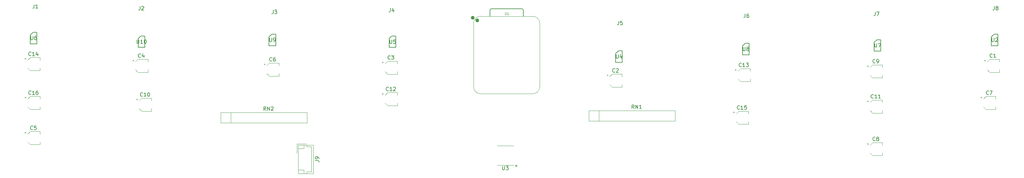
<source format=gbr>
%TF.GenerationSoftware,KiCad,Pcbnew,8.0.8*%
%TF.CreationDate,2025-05-04T20:59:54-05:00*%
%TF.ProjectId,Feedback_sleeve,46656564-6261-4636-9b5f-736c65657665,rev?*%
%TF.SameCoordinates,Original*%
%TF.FileFunction,Legend,Top*%
%TF.FilePolarity,Positive*%
%FSLAX46Y46*%
G04 Gerber Fmt 4.6, Leading zero omitted, Abs format (unit mm)*
G04 Created by KiCad (PCBNEW 8.0.8) date 2025-05-04 20:59:54*
%MOMM*%
%LPD*%
G01*
G04 APERTURE LIST*
%ADD10C,0.150000*%
%ADD11C,0.101600*%
%ADD12C,0.120000*%
%ADD13C,0.200000*%
%ADD14C,0.100000*%
%ADD15C,0.127000*%
%ADD16C,0.504000*%
G04 APERTURE END LIST*
D10*
X243857142Y-38159580D02*
X243809523Y-38207200D01*
X243809523Y-38207200D02*
X243666666Y-38254819D01*
X243666666Y-38254819D02*
X243571428Y-38254819D01*
X243571428Y-38254819D02*
X243428571Y-38207200D01*
X243428571Y-38207200D02*
X243333333Y-38111961D01*
X243333333Y-38111961D02*
X243285714Y-38016723D01*
X243285714Y-38016723D02*
X243238095Y-37826247D01*
X243238095Y-37826247D02*
X243238095Y-37683390D01*
X243238095Y-37683390D02*
X243285714Y-37492914D01*
X243285714Y-37492914D02*
X243333333Y-37397676D01*
X243333333Y-37397676D02*
X243428571Y-37302438D01*
X243428571Y-37302438D02*
X243571428Y-37254819D01*
X243571428Y-37254819D02*
X243666666Y-37254819D01*
X243666666Y-37254819D02*
X243809523Y-37302438D01*
X243809523Y-37302438D02*
X243857142Y-37350057D01*
X244809523Y-38254819D02*
X244238095Y-38254819D01*
X244523809Y-38254819D02*
X244523809Y-37254819D01*
X244523809Y-37254819D02*
X244428571Y-37397676D01*
X244428571Y-37397676D02*
X244333333Y-37492914D01*
X244333333Y-37492914D02*
X244238095Y-37540533D01*
X245761904Y-38254819D02*
X245190476Y-38254819D01*
X245476190Y-38254819D02*
X245476190Y-37254819D01*
X245476190Y-37254819D02*
X245380952Y-37397676D01*
X245380952Y-37397676D02*
X245285714Y-37492914D01*
X245285714Y-37492914D02*
X245190476Y-37540533D01*
X244333333Y-28659580D02*
X244285714Y-28707200D01*
X244285714Y-28707200D02*
X244142857Y-28754819D01*
X244142857Y-28754819D02*
X244047619Y-28754819D01*
X244047619Y-28754819D02*
X243904762Y-28707200D01*
X243904762Y-28707200D02*
X243809524Y-28611961D01*
X243809524Y-28611961D02*
X243761905Y-28516723D01*
X243761905Y-28516723D02*
X243714286Y-28326247D01*
X243714286Y-28326247D02*
X243714286Y-28183390D01*
X243714286Y-28183390D02*
X243761905Y-27992914D01*
X243761905Y-27992914D02*
X243809524Y-27897676D01*
X243809524Y-27897676D02*
X243904762Y-27802438D01*
X243904762Y-27802438D02*
X244047619Y-27754819D01*
X244047619Y-27754819D02*
X244142857Y-27754819D01*
X244142857Y-27754819D02*
X244285714Y-27802438D01*
X244285714Y-27802438D02*
X244333333Y-27850057D01*
X244809524Y-28754819D02*
X245000000Y-28754819D01*
X245000000Y-28754819D02*
X245095238Y-28707200D01*
X245095238Y-28707200D02*
X245142857Y-28659580D01*
X245142857Y-28659580D02*
X245238095Y-28516723D01*
X245238095Y-28516723D02*
X245285714Y-28326247D01*
X245285714Y-28326247D02*
X245285714Y-27945295D01*
X245285714Y-27945295D02*
X245238095Y-27850057D01*
X245238095Y-27850057D02*
X245190476Y-27802438D01*
X245190476Y-27802438D02*
X245095238Y-27754819D01*
X245095238Y-27754819D02*
X244904762Y-27754819D01*
X244904762Y-27754819D02*
X244809524Y-27802438D01*
X244809524Y-27802438D02*
X244761905Y-27850057D01*
X244761905Y-27850057D02*
X244714286Y-27945295D01*
X244714286Y-27945295D02*
X244714286Y-28183390D01*
X244714286Y-28183390D02*
X244761905Y-28278628D01*
X244761905Y-28278628D02*
X244809524Y-28326247D01*
X244809524Y-28326247D02*
X244904762Y-28373866D01*
X244904762Y-28373866D02*
X245095238Y-28373866D01*
X245095238Y-28373866D02*
X245190476Y-28326247D01*
X245190476Y-28326247D02*
X245238095Y-28278628D01*
X245238095Y-28278628D02*
X245285714Y-28183390D01*
X244188095Y-23454819D02*
X244188095Y-24264342D01*
X244188095Y-24264342D02*
X244235714Y-24359580D01*
X244235714Y-24359580D02*
X244283333Y-24407200D01*
X244283333Y-24407200D02*
X244378571Y-24454819D01*
X244378571Y-24454819D02*
X244569047Y-24454819D01*
X244569047Y-24454819D02*
X244664285Y-24407200D01*
X244664285Y-24407200D02*
X244711904Y-24359580D01*
X244711904Y-24359580D02*
X244759523Y-24264342D01*
X244759523Y-24264342D02*
X244759523Y-23454819D01*
X245140476Y-23454819D02*
X245807142Y-23454819D01*
X245807142Y-23454819D02*
X245378571Y-24454819D01*
X244366666Y-14954819D02*
X244366666Y-15669104D01*
X244366666Y-15669104D02*
X244319047Y-15811961D01*
X244319047Y-15811961D02*
X244223809Y-15907200D01*
X244223809Y-15907200D02*
X244080952Y-15954819D01*
X244080952Y-15954819D02*
X243985714Y-15954819D01*
X244747619Y-14954819D02*
X245414285Y-14954819D01*
X245414285Y-14954819D02*
X244985714Y-15954819D01*
X275833333Y-27159580D02*
X275785714Y-27207200D01*
X275785714Y-27207200D02*
X275642857Y-27254819D01*
X275642857Y-27254819D02*
X275547619Y-27254819D01*
X275547619Y-27254819D02*
X275404762Y-27207200D01*
X275404762Y-27207200D02*
X275309524Y-27111961D01*
X275309524Y-27111961D02*
X275261905Y-27016723D01*
X275261905Y-27016723D02*
X275214286Y-26826247D01*
X275214286Y-26826247D02*
X275214286Y-26683390D01*
X275214286Y-26683390D02*
X275261905Y-26492914D01*
X275261905Y-26492914D02*
X275309524Y-26397676D01*
X275309524Y-26397676D02*
X275404762Y-26302438D01*
X275404762Y-26302438D02*
X275547619Y-26254819D01*
X275547619Y-26254819D02*
X275642857Y-26254819D01*
X275642857Y-26254819D02*
X275785714Y-26302438D01*
X275785714Y-26302438D02*
X275833333Y-26350057D01*
X276785714Y-27254819D02*
X276214286Y-27254819D01*
X276500000Y-27254819D02*
X276500000Y-26254819D01*
X276500000Y-26254819D02*
X276404762Y-26397676D01*
X276404762Y-26397676D02*
X276309524Y-26492914D01*
X276309524Y-26492914D02*
X276214286Y-26540533D01*
X81488095Y-21954819D02*
X81488095Y-22764342D01*
X81488095Y-22764342D02*
X81535714Y-22859580D01*
X81535714Y-22859580D02*
X81583333Y-22907200D01*
X81583333Y-22907200D02*
X81678571Y-22954819D01*
X81678571Y-22954819D02*
X81869047Y-22954819D01*
X81869047Y-22954819D02*
X81964285Y-22907200D01*
X81964285Y-22907200D02*
X82011904Y-22859580D01*
X82011904Y-22859580D02*
X82059523Y-22764342D01*
X82059523Y-22764342D02*
X82059523Y-21954819D01*
X82583333Y-22954819D02*
X82773809Y-22954819D01*
X82773809Y-22954819D02*
X82869047Y-22907200D01*
X82869047Y-22907200D02*
X82916666Y-22859580D01*
X82916666Y-22859580D02*
X83011904Y-22716723D01*
X83011904Y-22716723D02*
X83059523Y-22526247D01*
X83059523Y-22526247D02*
X83059523Y-22145295D01*
X83059523Y-22145295D02*
X83011904Y-22050057D01*
X83011904Y-22050057D02*
X82964285Y-22002438D01*
X82964285Y-22002438D02*
X82869047Y-21954819D01*
X82869047Y-21954819D02*
X82678571Y-21954819D01*
X82678571Y-21954819D02*
X82583333Y-22002438D01*
X82583333Y-22002438D02*
X82535714Y-22050057D01*
X82535714Y-22050057D02*
X82488095Y-22145295D01*
X82488095Y-22145295D02*
X82488095Y-22383390D01*
X82488095Y-22383390D02*
X82535714Y-22478628D01*
X82535714Y-22478628D02*
X82583333Y-22526247D01*
X82583333Y-22526247D02*
X82678571Y-22573866D01*
X82678571Y-22573866D02*
X82869047Y-22573866D01*
X82869047Y-22573866D02*
X82964285Y-22526247D01*
X82964285Y-22526247D02*
X83011904Y-22478628D01*
X83011904Y-22478628D02*
X83059523Y-22383390D01*
X82133333Y-28159580D02*
X82085714Y-28207200D01*
X82085714Y-28207200D02*
X81942857Y-28254819D01*
X81942857Y-28254819D02*
X81847619Y-28254819D01*
X81847619Y-28254819D02*
X81704762Y-28207200D01*
X81704762Y-28207200D02*
X81609524Y-28111961D01*
X81609524Y-28111961D02*
X81561905Y-28016723D01*
X81561905Y-28016723D02*
X81514286Y-27826247D01*
X81514286Y-27826247D02*
X81514286Y-27683390D01*
X81514286Y-27683390D02*
X81561905Y-27492914D01*
X81561905Y-27492914D02*
X81609524Y-27397676D01*
X81609524Y-27397676D02*
X81704762Y-27302438D01*
X81704762Y-27302438D02*
X81847619Y-27254819D01*
X81847619Y-27254819D02*
X81942857Y-27254819D01*
X81942857Y-27254819D02*
X82085714Y-27302438D01*
X82085714Y-27302438D02*
X82133333Y-27350057D01*
X82990476Y-27254819D02*
X82800000Y-27254819D01*
X82800000Y-27254819D02*
X82704762Y-27302438D01*
X82704762Y-27302438D02*
X82657143Y-27350057D01*
X82657143Y-27350057D02*
X82561905Y-27492914D01*
X82561905Y-27492914D02*
X82514286Y-27683390D01*
X82514286Y-27683390D02*
X82514286Y-28064342D01*
X82514286Y-28064342D02*
X82561905Y-28159580D01*
X82561905Y-28159580D02*
X82609524Y-28207200D01*
X82609524Y-28207200D02*
X82704762Y-28254819D01*
X82704762Y-28254819D02*
X82895238Y-28254819D01*
X82895238Y-28254819D02*
X82990476Y-28207200D01*
X82990476Y-28207200D02*
X83038095Y-28159580D01*
X83038095Y-28159580D02*
X83085714Y-28064342D01*
X83085714Y-28064342D02*
X83085714Y-27826247D01*
X83085714Y-27826247D02*
X83038095Y-27731009D01*
X83038095Y-27731009D02*
X82990476Y-27683390D01*
X82990476Y-27683390D02*
X82895238Y-27635771D01*
X82895238Y-27635771D02*
X82704762Y-27635771D01*
X82704762Y-27635771D02*
X82609524Y-27683390D01*
X82609524Y-27683390D02*
X82561905Y-27731009D01*
X82561905Y-27731009D02*
X82514286Y-27826247D01*
X275688095Y-21954819D02*
X275688095Y-22764342D01*
X275688095Y-22764342D02*
X275735714Y-22859580D01*
X275735714Y-22859580D02*
X275783333Y-22907200D01*
X275783333Y-22907200D02*
X275878571Y-22954819D01*
X275878571Y-22954819D02*
X276069047Y-22954819D01*
X276069047Y-22954819D02*
X276164285Y-22907200D01*
X276164285Y-22907200D02*
X276211904Y-22859580D01*
X276211904Y-22859580D02*
X276259523Y-22764342D01*
X276259523Y-22764342D02*
X276259523Y-21954819D01*
X276688095Y-22050057D02*
X276735714Y-22002438D01*
X276735714Y-22002438D02*
X276830952Y-21954819D01*
X276830952Y-21954819D02*
X277069047Y-21954819D01*
X277069047Y-21954819D02*
X277164285Y-22002438D01*
X277164285Y-22002438D02*
X277211904Y-22050057D01*
X277211904Y-22050057D02*
X277259523Y-22145295D01*
X277259523Y-22145295D02*
X277259523Y-22240533D01*
X277259523Y-22240533D02*
X277211904Y-22383390D01*
X277211904Y-22383390D02*
X276640476Y-22954819D01*
X276640476Y-22954819D02*
X277259523Y-22954819D01*
X276366666Y-13454819D02*
X276366666Y-14169104D01*
X276366666Y-14169104D02*
X276319047Y-14311961D01*
X276319047Y-14311961D02*
X276223809Y-14407200D01*
X276223809Y-14407200D02*
X276080952Y-14454819D01*
X276080952Y-14454819D02*
X275985714Y-14454819D01*
X276985714Y-13883390D02*
X276890476Y-13835771D01*
X276890476Y-13835771D02*
X276842857Y-13788152D01*
X276842857Y-13788152D02*
X276795238Y-13692914D01*
X276795238Y-13692914D02*
X276795238Y-13645295D01*
X276795238Y-13645295D02*
X276842857Y-13550057D01*
X276842857Y-13550057D02*
X276890476Y-13502438D01*
X276890476Y-13502438D02*
X276985714Y-13454819D01*
X276985714Y-13454819D02*
X277176190Y-13454819D01*
X277176190Y-13454819D02*
X277271428Y-13502438D01*
X277271428Y-13502438D02*
X277319047Y-13550057D01*
X277319047Y-13550057D02*
X277366666Y-13645295D01*
X277366666Y-13645295D02*
X277366666Y-13692914D01*
X277366666Y-13692914D02*
X277319047Y-13788152D01*
X277319047Y-13788152D02*
X277271428Y-13835771D01*
X277271428Y-13835771D02*
X277176190Y-13883390D01*
X277176190Y-13883390D02*
X276985714Y-13883390D01*
X276985714Y-13883390D02*
X276890476Y-13931009D01*
X276890476Y-13931009D02*
X276842857Y-13978628D01*
X276842857Y-13978628D02*
X276795238Y-14073866D01*
X276795238Y-14073866D02*
X276795238Y-14264342D01*
X276795238Y-14264342D02*
X276842857Y-14359580D01*
X276842857Y-14359580D02*
X276890476Y-14407200D01*
X276890476Y-14407200D02*
X276985714Y-14454819D01*
X276985714Y-14454819D02*
X277176190Y-14454819D01*
X277176190Y-14454819D02*
X277271428Y-14407200D01*
X277271428Y-14407200D02*
X277319047Y-14359580D01*
X277319047Y-14359580D02*
X277366666Y-14264342D01*
X277366666Y-14264342D02*
X277366666Y-14073866D01*
X277366666Y-14073866D02*
X277319047Y-13978628D01*
X277319047Y-13978628D02*
X277271428Y-13931009D01*
X277271428Y-13931009D02*
X277176190Y-13883390D01*
X174333333Y-31159580D02*
X174285714Y-31207200D01*
X174285714Y-31207200D02*
X174142857Y-31254819D01*
X174142857Y-31254819D02*
X174047619Y-31254819D01*
X174047619Y-31254819D02*
X173904762Y-31207200D01*
X173904762Y-31207200D02*
X173809524Y-31111961D01*
X173809524Y-31111961D02*
X173761905Y-31016723D01*
X173761905Y-31016723D02*
X173714286Y-30826247D01*
X173714286Y-30826247D02*
X173714286Y-30683390D01*
X173714286Y-30683390D02*
X173761905Y-30492914D01*
X173761905Y-30492914D02*
X173809524Y-30397676D01*
X173809524Y-30397676D02*
X173904762Y-30302438D01*
X173904762Y-30302438D02*
X174047619Y-30254819D01*
X174047619Y-30254819D02*
X174142857Y-30254819D01*
X174142857Y-30254819D02*
X174285714Y-30302438D01*
X174285714Y-30302438D02*
X174333333Y-30350057D01*
X174714286Y-30350057D02*
X174761905Y-30302438D01*
X174761905Y-30302438D02*
X174857143Y-30254819D01*
X174857143Y-30254819D02*
X175095238Y-30254819D01*
X175095238Y-30254819D02*
X175190476Y-30302438D01*
X175190476Y-30302438D02*
X175238095Y-30350057D01*
X175238095Y-30350057D02*
X175285714Y-30445295D01*
X175285714Y-30445295D02*
X175285714Y-30540533D01*
X175285714Y-30540533D02*
X175238095Y-30683390D01*
X175238095Y-30683390D02*
X174666667Y-31254819D01*
X174666667Y-31254819D02*
X175285714Y-31254819D01*
X17833333Y-46659580D02*
X17785714Y-46707200D01*
X17785714Y-46707200D02*
X17642857Y-46754819D01*
X17642857Y-46754819D02*
X17547619Y-46754819D01*
X17547619Y-46754819D02*
X17404762Y-46707200D01*
X17404762Y-46707200D02*
X17309524Y-46611961D01*
X17309524Y-46611961D02*
X17261905Y-46516723D01*
X17261905Y-46516723D02*
X17214286Y-46326247D01*
X17214286Y-46326247D02*
X17214286Y-46183390D01*
X17214286Y-46183390D02*
X17261905Y-45992914D01*
X17261905Y-45992914D02*
X17309524Y-45897676D01*
X17309524Y-45897676D02*
X17404762Y-45802438D01*
X17404762Y-45802438D02*
X17547619Y-45754819D01*
X17547619Y-45754819D02*
X17642857Y-45754819D01*
X17642857Y-45754819D02*
X17785714Y-45802438D01*
X17785714Y-45802438D02*
X17833333Y-45850057D01*
X18738095Y-45754819D02*
X18261905Y-45754819D01*
X18261905Y-45754819D02*
X18214286Y-46231009D01*
X18214286Y-46231009D02*
X18261905Y-46183390D01*
X18261905Y-46183390D02*
X18357143Y-46135771D01*
X18357143Y-46135771D02*
X18595238Y-46135771D01*
X18595238Y-46135771D02*
X18690476Y-46183390D01*
X18690476Y-46183390D02*
X18738095Y-46231009D01*
X18738095Y-46231009D02*
X18785714Y-46326247D01*
X18785714Y-46326247D02*
X18785714Y-46564342D01*
X18785714Y-46564342D02*
X18738095Y-46659580D01*
X18738095Y-46659580D02*
X18690476Y-46707200D01*
X18690476Y-46707200D02*
X18595238Y-46754819D01*
X18595238Y-46754819D02*
X18357143Y-46754819D01*
X18357143Y-46754819D02*
X18261905Y-46707200D01*
X18261905Y-46707200D02*
X18214286Y-46659580D01*
X113788095Y-22454819D02*
X113788095Y-23264342D01*
X113788095Y-23264342D02*
X113835714Y-23359580D01*
X113835714Y-23359580D02*
X113883333Y-23407200D01*
X113883333Y-23407200D02*
X113978571Y-23454819D01*
X113978571Y-23454819D02*
X114169047Y-23454819D01*
X114169047Y-23454819D02*
X114264285Y-23407200D01*
X114264285Y-23407200D02*
X114311904Y-23359580D01*
X114311904Y-23359580D02*
X114359523Y-23264342D01*
X114359523Y-23264342D02*
X114359523Y-22454819D01*
X115311904Y-22454819D02*
X114835714Y-22454819D01*
X114835714Y-22454819D02*
X114788095Y-22931009D01*
X114788095Y-22931009D02*
X114835714Y-22883390D01*
X114835714Y-22883390D02*
X114930952Y-22835771D01*
X114930952Y-22835771D02*
X115169047Y-22835771D01*
X115169047Y-22835771D02*
X115264285Y-22883390D01*
X115264285Y-22883390D02*
X115311904Y-22931009D01*
X115311904Y-22931009D02*
X115359523Y-23026247D01*
X115359523Y-23026247D02*
X115359523Y-23264342D01*
X115359523Y-23264342D02*
X115311904Y-23359580D01*
X115311904Y-23359580D02*
X115264285Y-23407200D01*
X115264285Y-23407200D02*
X115169047Y-23454819D01*
X115169047Y-23454819D02*
X114930952Y-23454819D01*
X114930952Y-23454819D02*
X114835714Y-23407200D01*
X114835714Y-23407200D02*
X114788095Y-23359580D01*
X47357142Y-37659580D02*
X47309523Y-37707200D01*
X47309523Y-37707200D02*
X47166666Y-37754819D01*
X47166666Y-37754819D02*
X47071428Y-37754819D01*
X47071428Y-37754819D02*
X46928571Y-37707200D01*
X46928571Y-37707200D02*
X46833333Y-37611961D01*
X46833333Y-37611961D02*
X46785714Y-37516723D01*
X46785714Y-37516723D02*
X46738095Y-37326247D01*
X46738095Y-37326247D02*
X46738095Y-37183390D01*
X46738095Y-37183390D02*
X46785714Y-36992914D01*
X46785714Y-36992914D02*
X46833333Y-36897676D01*
X46833333Y-36897676D02*
X46928571Y-36802438D01*
X46928571Y-36802438D02*
X47071428Y-36754819D01*
X47071428Y-36754819D02*
X47166666Y-36754819D01*
X47166666Y-36754819D02*
X47309523Y-36802438D01*
X47309523Y-36802438D02*
X47357142Y-36850057D01*
X48309523Y-37754819D02*
X47738095Y-37754819D01*
X48023809Y-37754819D02*
X48023809Y-36754819D01*
X48023809Y-36754819D02*
X47928571Y-36897676D01*
X47928571Y-36897676D02*
X47833333Y-36992914D01*
X47833333Y-36992914D02*
X47738095Y-37040533D01*
X48928571Y-36754819D02*
X49023809Y-36754819D01*
X49023809Y-36754819D02*
X49119047Y-36802438D01*
X49119047Y-36802438D02*
X49166666Y-36850057D01*
X49166666Y-36850057D02*
X49214285Y-36945295D01*
X49214285Y-36945295D02*
X49261904Y-37135771D01*
X49261904Y-37135771D02*
X49261904Y-37373866D01*
X49261904Y-37373866D02*
X49214285Y-37564342D01*
X49214285Y-37564342D02*
X49166666Y-37659580D01*
X49166666Y-37659580D02*
X49119047Y-37707200D01*
X49119047Y-37707200D02*
X49023809Y-37754819D01*
X49023809Y-37754819D02*
X48928571Y-37754819D01*
X48928571Y-37754819D02*
X48833333Y-37707200D01*
X48833333Y-37707200D02*
X48785714Y-37659580D01*
X48785714Y-37659580D02*
X48738095Y-37564342D01*
X48738095Y-37564342D02*
X48690476Y-37373866D01*
X48690476Y-37373866D02*
X48690476Y-37135771D01*
X48690476Y-37135771D02*
X48738095Y-36945295D01*
X48738095Y-36945295D02*
X48785714Y-36850057D01*
X48785714Y-36850057D02*
X48833333Y-36802438D01*
X48833333Y-36802438D02*
X48928571Y-36754819D01*
X113933333Y-27659580D02*
X113885714Y-27707200D01*
X113885714Y-27707200D02*
X113742857Y-27754819D01*
X113742857Y-27754819D02*
X113647619Y-27754819D01*
X113647619Y-27754819D02*
X113504762Y-27707200D01*
X113504762Y-27707200D02*
X113409524Y-27611961D01*
X113409524Y-27611961D02*
X113361905Y-27516723D01*
X113361905Y-27516723D02*
X113314286Y-27326247D01*
X113314286Y-27326247D02*
X113314286Y-27183390D01*
X113314286Y-27183390D02*
X113361905Y-26992914D01*
X113361905Y-26992914D02*
X113409524Y-26897676D01*
X113409524Y-26897676D02*
X113504762Y-26802438D01*
X113504762Y-26802438D02*
X113647619Y-26754819D01*
X113647619Y-26754819D02*
X113742857Y-26754819D01*
X113742857Y-26754819D02*
X113885714Y-26802438D01*
X113885714Y-26802438D02*
X113933333Y-26850057D01*
X114266667Y-26754819D02*
X114885714Y-26754819D01*
X114885714Y-26754819D02*
X114552381Y-27135771D01*
X114552381Y-27135771D02*
X114695238Y-27135771D01*
X114695238Y-27135771D02*
X114790476Y-27183390D01*
X114790476Y-27183390D02*
X114838095Y-27231009D01*
X114838095Y-27231009D02*
X114885714Y-27326247D01*
X114885714Y-27326247D02*
X114885714Y-27564342D01*
X114885714Y-27564342D02*
X114838095Y-27659580D01*
X114838095Y-27659580D02*
X114790476Y-27707200D01*
X114790476Y-27707200D02*
X114695238Y-27754819D01*
X114695238Y-27754819D02*
X114409524Y-27754819D01*
X114409524Y-27754819D02*
X114314286Y-27707200D01*
X114314286Y-27707200D02*
X114266667Y-27659580D01*
X46666666Y-13454819D02*
X46666666Y-14169104D01*
X46666666Y-14169104D02*
X46619047Y-14311961D01*
X46619047Y-14311961D02*
X46523809Y-14407200D01*
X46523809Y-14407200D02*
X46380952Y-14454819D01*
X46380952Y-14454819D02*
X46285714Y-14454819D01*
X47095238Y-13550057D02*
X47142857Y-13502438D01*
X47142857Y-13502438D02*
X47238095Y-13454819D01*
X47238095Y-13454819D02*
X47476190Y-13454819D01*
X47476190Y-13454819D02*
X47571428Y-13502438D01*
X47571428Y-13502438D02*
X47619047Y-13550057D01*
X47619047Y-13550057D02*
X47666666Y-13645295D01*
X47666666Y-13645295D02*
X47666666Y-13740533D01*
X47666666Y-13740533D02*
X47619047Y-13883390D01*
X47619047Y-13883390D02*
X47047619Y-14454819D01*
X47047619Y-14454819D02*
X47666666Y-14454819D01*
X207857142Y-41159580D02*
X207809523Y-41207200D01*
X207809523Y-41207200D02*
X207666666Y-41254819D01*
X207666666Y-41254819D02*
X207571428Y-41254819D01*
X207571428Y-41254819D02*
X207428571Y-41207200D01*
X207428571Y-41207200D02*
X207333333Y-41111961D01*
X207333333Y-41111961D02*
X207285714Y-41016723D01*
X207285714Y-41016723D02*
X207238095Y-40826247D01*
X207238095Y-40826247D02*
X207238095Y-40683390D01*
X207238095Y-40683390D02*
X207285714Y-40492914D01*
X207285714Y-40492914D02*
X207333333Y-40397676D01*
X207333333Y-40397676D02*
X207428571Y-40302438D01*
X207428571Y-40302438D02*
X207571428Y-40254819D01*
X207571428Y-40254819D02*
X207666666Y-40254819D01*
X207666666Y-40254819D02*
X207809523Y-40302438D01*
X207809523Y-40302438D02*
X207857142Y-40350057D01*
X208809523Y-41254819D02*
X208238095Y-41254819D01*
X208523809Y-41254819D02*
X208523809Y-40254819D01*
X208523809Y-40254819D02*
X208428571Y-40397676D01*
X208428571Y-40397676D02*
X208333333Y-40492914D01*
X208333333Y-40492914D02*
X208238095Y-40540533D01*
X209714285Y-40254819D02*
X209238095Y-40254819D01*
X209238095Y-40254819D02*
X209190476Y-40731009D01*
X209190476Y-40731009D02*
X209238095Y-40683390D01*
X209238095Y-40683390D02*
X209333333Y-40635771D01*
X209333333Y-40635771D02*
X209571428Y-40635771D01*
X209571428Y-40635771D02*
X209666666Y-40683390D01*
X209666666Y-40683390D02*
X209714285Y-40731009D01*
X209714285Y-40731009D02*
X209761904Y-40826247D01*
X209761904Y-40826247D02*
X209761904Y-41064342D01*
X209761904Y-41064342D02*
X209714285Y-41159580D01*
X209714285Y-41159580D02*
X209666666Y-41207200D01*
X209666666Y-41207200D02*
X209571428Y-41254819D01*
X209571428Y-41254819D02*
X209333333Y-41254819D01*
X209333333Y-41254819D02*
X209238095Y-41207200D01*
X209238095Y-41207200D02*
X209190476Y-41159580D01*
X208788095Y-24454819D02*
X208788095Y-25264342D01*
X208788095Y-25264342D02*
X208835714Y-25359580D01*
X208835714Y-25359580D02*
X208883333Y-25407200D01*
X208883333Y-25407200D02*
X208978571Y-25454819D01*
X208978571Y-25454819D02*
X209169047Y-25454819D01*
X209169047Y-25454819D02*
X209264285Y-25407200D01*
X209264285Y-25407200D02*
X209311904Y-25359580D01*
X209311904Y-25359580D02*
X209359523Y-25264342D01*
X209359523Y-25264342D02*
X209359523Y-24454819D01*
X209978571Y-24883390D02*
X209883333Y-24835771D01*
X209883333Y-24835771D02*
X209835714Y-24788152D01*
X209835714Y-24788152D02*
X209788095Y-24692914D01*
X209788095Y-24692914D02*
X209788095Y-24645295D01*
X209788095Y-24645295D02*
X209835714Y-24550057D01*
X209835714Y-24550057D02*
X209883333Y-24502438D01*
X209883333Y-24502438D02*
X209978571Y-24454819D01*
X209978571Y-24454819D02*
X210169047Y-24454819D01*
X210169047Y-24454819D02*
X210264285Y-24502438D01*
X210264285Y-24502438D02*
X210311904Y-24550057D01*
X210311904Y-24550057D02*
X210359523Y-24645295D01*
X210359523Y-24645295D02*
X210359523Y-24692914D01*
X210359523Y-24692914D02*
X210311904Y-24788152D01*
X210311904Y-24788152D02*
X210264285Y-24835771D01*
X210264285Y-24835771D02*
X210169047Y-24883390D01*
X210169047Y-24883390D02*
X209978571Y-24883390D01*
X209978571Y-24883390D02*
X209883333Y-24931009D01*
X209883333Y-24931009D02*
X209835714Y-24978628D01*
X209835714Y-24978628D02*
X209788095Y-25073866D01*
X209788095Y-25073866D02*
X209788095Y-25264342D01*
X209788095Y-25264342D02*
X209835714Y-25359580D01*
X209835714Y-25359580D02*
X209883333Y-25407200D01*
X209883333Y-25407200D02*
X209978571Y-25454819D01*
X209978571Y-25454819D02*
X210169047Y-25454819D01*
X210169047Y-25454819D02*
X210264285Y-25407200D01*
X210264285Y-25407200D02*
X210311904Y-25359580D01*
X210311904Y-25359580D02*
X210359523Y-25264342D01*
X210359523Y-25264342D02*
X210359523Y-25073866D01*
X210359523Y-25073866D02*
X210311904Y-24978628D01*
X210311904Y-24978628D02*
X210264285Y-24931009D01*
X210264285Y-24931009D02*
X210169047Y-24883390D01*
X209366666Y-15454819D02*
X209366666Y-16169104D01*
X209366666Y-16169104D02*
X209319047Y-16311961D01*
X209319047Y-16311961D02*
X209223809Y-16407200D01*
X209223809Y-16407200D02*
X209080952Y-16454819D01*
X209080952Y-16454819D02*
X208985714Y-16454819D01*
X210271428Y-15454819D02*
X210080952Y-15454819D01*
X210080952Y-15454819D02*
X209985714Y-15502438D01*
X209985714Y-15502438D02*
X209938095Y-15550057D01*
X209938095Y-15550057D02*
X209842857Y-15692914D01*
X209842857Y-15692914D02*
X209795238Y-15883390D01*
X209795238Y-15883390D02*
X209795238Y-16264342D01*
X209795238Y-16264342D02*
X209842857Y-16359580D01*
X209842857Y-16359580D02*
X209890476Y-16407200D01*
X209890476Y-16407200D02*
X209985714Y-16454819D01*
X209985714Y-16454819D02*
X210176190Y-16454819D01*
X210176190Y-16454819D02*
X210271428Y-16407200D01*
X210271428Y-16407200D02*
X210319047Y-16359580D01*
X210319047Y-16359580D02*
X210366666Y-16264342D01*
X210366666Y-16264342D02*
X210366666Y-16026247D01*
X210366666Y-16026247D02*
X210319047Y-15931009D01*
X210319047Y-15931009D02*
X210271428Y-15883390D01*
X210271428Y-15883390D02*
X210176190Y-15835771D01*
X210176190Y-15835771D02*
X209985714Y-15835771D01*
X209985714Y-15835771D02*
X209890476Y-15883390D01*
X209890476Y-15883390D02*
X209842857Y-15931009D01*
X209842857Y-15931009D02*
X209795238Y-16026247D01*
X17357142Y-26659580D02*
X17309523Y-26707200D01*
X17309523Y-26707200D02*
X17166666Y-26754819D01*
X17166666Y-26754819D02*
X17071428Y-26754819D01*
X17071428Y-26754819D02*
X16928571Y-26707200D01*
X16928571Y-26707200D02*
X16833333Y-26611961D01*
X16833333Y-26611961D02*
X16785714Y-26516723D01*
X16785714Y-26516723D02*
X16738095Y-26326247D01*
X16738095Y-26326247D02*
X16738095Y-26183390D01*
X16738095Y-26183390D02*
X16785714Y-25992914D01*
X16785714Y-25992914D02*
X16833333Y-25897676D01*
X16833333Y-25897676D02*
X16928571Y-25802438D01*
X16928571Y-25802438D02*
X17071428Y-25754819D01*
X17071428Y-25754819D02*
X17166666Y-25754819D01*
X17166666Y-25754819D02*
X17309523Y-25802438D01*
X17309523Y-25802438D02*
X17357142Y-25850057D01*
X18309523Y-26754819D02*
X17738095Y-26754819D01*
X18023809Y-26754819D02*
X18023809Y-25754819D01*
X18023809Y-25754819D02*
X17928571Y-25897676D01*
X17928571Y-25897676D02*
X17833333Y-25992914D01*
X17833333Y-25992914D02*
X17738095Y-26040533D01*
X19166666Y-26088152D02*
X19166666Y-26754819D01*
X18928571Y-25707200D02*
X18690476Y-26421485D01*
X18690476Y-26421485D02*
X19309523Y-26421485D01*
X82466666Y-14454819D02*
X82466666Y-15169104D01*
X82466666Y-15169104D02*
X82419047Y-15311961D01*
X82419047Y-15311961D02*
X82323809Y-15407200D01*
X82323809Y-15407200D02*
X82180952Y-15454819D01*
X82180952Y-15454819D02*
X82085714Y-15454819D01*
X82847619Y-14454819D02*
X83466666Y-14454819D01*
X83466666Y-14454819D02*
X83133333Y-14835771D01*
X83133333Y-14835771D02*
X83276190Y-14835771D01*
X83276190Y-14835771D02*
X83371428Y-14883390D01*
X83371428Y-14883390D02*
X83419047Y-14931009D01*
X83419047Y-14931009D02*
X83466666Y-15026247D01*
X83466666Y-15026247D02*
X83466666Y-15264342D01*
X83466666Y-15264342D02*
X83419047Y-15359580D01*
X83419047Y-15359580D02*
X83371428Y-15407200D01*
X83371428Y-15407200D02*
X83276190Y-15454819D01*
X83276190Y-15454819D02*
X82990476Y-15454819D01*
X82990476Y-15454819D02*
X82895238Y-15407200D01*
X82895238Y-15407200D02*
X82847619Y-15359580D01*
X208357142Y-29659580D02*
X208309523Y-29707200D01*
X208309523Y-29707200D02*
X208166666Y-29754819D01*
X208166666Y-29754819D02*
X208071428Y-29754819D01*
X208071428Y-29754819D02*
X207928571Y-29707200D01*
X207928571Y-29707200D02*
X207833333Y-29611961D01*
X207833333Y-29611961D02*
X207785714Y-29516723D01*
X207785714Y-29516723D02*
X207738095Y-29326247D01*
X207738095Y-29326247D02*
X207738095Y-29183390D01*
X207738095Y-29183390D02*
X207785714Y-28992914D01*
X207785714Y-28992914D02*
X207833333Y-28897676D01*
X207833333Y-28897676D02*
X207928571Y-28802438D01*
X207928571Y-28802438D02*
X208071428Y-28754819D01*
X208071428Y-28754819D02*
X208166666Y-28754819D01*
X208166666Y-28754819D02*
X208309523Y-28802438D01*
X208309523Y-28802438D02*
X208357142Y-28850057D01*
X209309523Y-29754819D02*
X208738095Y-29754819D01*
X209023809Y-29754819D02*
X209023809Y-28754819D01*
X209023809Y-28754819D02*
X208928571Y-28897676D01*
X208928571Y-28897676D02*
X208833333Y-28992914D01*
X208833333Y-28992914D02*
X208738095Y-29040533D01*
X209642857Y-28754819D02*
X210261904Y-28754819D01*
X210261904Y-28754819D02*
X209928571Y-29135771D01*
X209928571Y-29135771D02*
X210071428Y-29135771D01*
X210071428Y-29135771D02*
X210166666Y-29183390D01*
X210166666Y-29183390D02*
X210214285Y-29231009D01*
X210214285Y-29231009D02*
X210261904Y-29326247D01*
X210261904Y-29326247D02*
X210261904Y-29564342D01*
X210261904Y-29564342D02*
X210214285Y-29659580D01*
X210214285Y-29659580D02*
X210166666Y-29707200D01*
X210166666Y-29707200D02*
X210071428Y-29754819D01*
X210071428Y-29754819D02*
X209785714Y-29754819D01*
X209785714Y-29754819D02*
X209690476Y-29707200D01*
X209690476Y-29707200D02*
X209642857Y-29659580D01*
X174688095Y-26454819D02*
X174688095Y-27264342D01*
X174688095Y-27264342D02*
X174735714Y-27359580D01*
X174735714Y-27359580D02*
X174783333Y-27407200D01*
X174783333Y-27407200D02*
X174878571Y-27454819D01*
X174878571Y-27454819D02*
X175069047Y-27454819D01*
X175069047Y-27454819D02*
X175164285Y-27407200D01*
X175164285Y-27407200D02*
X175211904Y-27359580D01*
X175211904Y-27359580D02*
X175259523Y-27264342D01*
X175259523Y-27264342D02*
X175259523Y-26454819D01*
X176164285Y-26788152D02*
X176164285Y-27454819D01*
X175926190Y-26407200D02*
X175688095Y-27121485D01*
X175688095Y-27121485D02*
X176307142Y-27121485D01*
X80499523Y-41554819D02*
X80166190Y-41078628D01*
X79928095Y-41554819D02*
X79928095Y-40554819D01*
X79928095Y-40554819D02*
X80309047Y-40554819D01*
X80309047Y-40554819D02*
X80404285Y-40602438D01*
X80404285Y-40602438D02*
X80451904Y-40650057D01*
X80451904Y-40650057D02*
X80499523Y-40745295D01*
X80499523Y-40745295D02*
X80499523Y-40888152D01*
X80499523Y-40888152D02*
X80451904Y-40983390D01*
X80451904Y-40983390D02*
X80404285Y-41031009D01*
X80404285Y-41031009D02*
X80309047Y-41078628D01*
X80309047Y-41078628D02*
X79928095Y-41078628D01*
X80928095Y-41554819D02*
X80928095Y-40554819D01*
X80928095Y-40554819D02*
X81499523Y-41554819D01*
X81499523Y-41554819D02*
X81499523Y-40554819D01*
X81928095Y-40650057D02*
X81975714Y-40602438D01*
X81975714Y-40602438D02*
X82070952Y-40554819D01*
X82070952Y-40554819D02*
X82309047Y-40554819D01*
X82309047Y-40554819D02*
X82404285Y-40602438D01*
X82404285Y-40602438D02*
X82451904Y-40650057D01*
X82451904Y-40650057D02*
X82499523Y-40745295D01*
X82499523Y-40745295D02*
X82499523Y-40840533D01*
X82499523Y-40840533D02*
X82451904Y-40983390D01*
X82451904Y-40983390D02*
X81880476Y-41554819D01*
X81880476Y-41554819D02*
X82499523Y-41554819D01*
X93754819Y-55083333D02*
X94469104Y-55083333D01*
X94469104Y-55083333D02*
X94611961Y-55130952D01*
X94611961Y-55130952D02*
X94707200Y-55226190D01*
X94707200Y-55226190D02*
X94754819Y-55369047D01*
X94754819Y-55369047D02*
X94754819Y-55464285D01*
X94754819Y-54559523D02*
X94754819Y-54369047D01*
X94754819Y-54369047D02*
X94707200Y-54273809D01*
X94707200Y-54273809D02*
X94659580Y-54226190D01*
X94659580Y-54226190D02*
X94516723Y-54130952D01*
X94516723Y-54130952D02*
X94326247Y-54083333D01*
X94326247Y-54083333D02*
X93945295Y-54083333D01*
X93945295Y-54083333D02*
X93850057Y-54130952D01*
X93850057Y-54130952D02*
X93802438Y-54178571D01*
X93802438Y-54178571D02*
X93754819Y-54273809D01*
X93754819Y-54273809D02*
X93754819Y-54464285D01*
X93754819Y-54464285D02*
X93802438Y-54559523D01*
X93802438Y-54559523D02*
X93850057Y-54607142D01*
X93850057Y-54607142D02*
X93945295Y-54654761D01*
X93945295Y-54654761D02*
X94183390Y-54654761D01*
X94183390Y-54654761D02*
X94278628Y-54607142D01*
X94278628Y-54607142D02*
X94326247Y-54559523D01*
X94326247Y-54559523D02*
X94373866Y-54464285D01*
X94373866Y-54464285D02*
X94373866Y-54273809D01*
X94373866Y-54273809D02*
X94326247Y-54178571D01*
X94326247Y-54178571D02*
X94278628Y-54130952D01*
X94278628Y-54130952D02*
X94183390Y-54083333D01*
X45811905Y-22454819D02*
X45811905Y-23264342D01*
X45811905Y-23264342D02*
X45859524Y-23359580D01*
X45859524Y-23359580D02*
X45907143Y-23407200D01*
X45907143Y-23407200D02*
X46002381Y-23454819D01*
X46002381Y-23454819D02*
X46192857Y-23454819D01*
X46192857Y-23454819D02*
X46288095Y-23407200D01*
X46288095Y-23407200D02*
X46335714Y-23359580D01*
X46335714Y-23359580D02*
X46383333Y-23264342D01*
X46383333Y-23264342D02*
X46383333Y-22454819D01*
X47383333Y-23454819D02*
X46811905Y-23454819D01*
X47097619Y-23454819D02*
X47097619Y-22454819D01*
X47097619Y-22454819D02*
X47002381Y-22597676D01*
X47002381Y-22597676D02*
X46907143Y-22692914D01*
X46907143Y-22692914D02*
X46811905Y-22740533D01*
X48002381Y-22454819D02*
X48097619Y-22454819D01*
X48097619Y-22454819D02*
X48192857Y-22502438D01*
X48192857Y-22502438D02*
X48240476Y-22550057D01*
X48240476Y-22550057D02*
X48288095Y-22645295D01*
X48288095Y-22645295D02*
X48335714Y-22835771D01*
X48335714Y-22835771D02*
X48335714Y-23073866D01*
X48335714Y-23073866D02*
X48288095Y-23264342D01*
X48288095Y-23264342D02*
X48240476Y-23359580D01*
X48240476Y-23359580D02*
X48192857Y-23407200D01*
X48192857Y-23407200D02*
X48097619Y-23454819D01*
X48097619Y-23454819D02*
X48002381Y-23454819D01*
X48002381Y-23454819D02*
X47907143Y-23407200D01*
X47907143Y-23407200D02*
X47859524Y-23359580D01*
X47859524Y-23359580D02*
X47811905Y-23264342D01*
X47811905Y-23264342D02*
X47764286Y-23073866D01*
X47764286Y-23073866D02*
X47764286Y-22835771D01*
X47764286Y-22835771D02*
X47811905Y-22645295D01*
X47811905Y-22645295D02*
X47859524Y-22550057D01*
X47859524Y-22550057D02*
X47907143Y-22502438D01*
X47907143Y-22502438D02*
X48002381Y-22454819D01*
X144100595Y-56604819D02*
X144100595Y-57414342D01*
X144100595Y-57414342D02*
X144148214Y-57509580D01*
X144148214Y-57509580D02*
X144195833Y-57557200D01*
X144195833Y-57557200D02*
X144291071Y-57604819D01*
X144291071Y-57604819D02*
X144481547Y-57604819D01*
X144481547Y-57604819D02*
X144576785Y-57557200D01*
X144576785Y-57557200D02*
X144624404Y-57509580D01*
X144624404Y-57509580D02*
X144672023Y-57414342D01*
X144672023Y-57414342D02*
X144672023Y-56604819D01*
X145052976Y-56604819D02*
X145672023Y-56604819D01*
X145672023Y-56604819D02*
X145338690Y-56985771D01*
X145338690Y-56985771D02*
X145481547Y-56985771D01*
X145481547Y-56985771D02*
X145576785Y-57033390D01*
X145576785Y-57033390D02*
X145624404Y-57081009D01*
X145624404Y-57081009D02*
X145672023Y-57176247D01*
X145672023Y-57176247D02*
X145672023Y-57414342D01*
X145672023Y-57414342D02*
X145624404Y-57509580D01*
X145624404Y-57509580D02*
X145576785Y-57557200D01*
X145576785Y-57557200D02*
X145481547Y-57604819D01*
X145481547Y-57604819D02*
X145195833Y-57604819D01*
X145195833Y-57604819D02*
X145100595Y-57557200D01*
X145100595Y-57557200D02*
X145052976Y-57509580D01*
X113966666Y-13954819D02*
X113966666Y-14669104D01*
X113966666Y-14669104D02*
X113919047Y-14811961D01*
X113919047Y-14811961D02*
X113823809Y-14907200D01*
X113823809Y-14907200D02*
X113680952Y-14954819D01*
X113680952Y-14954819D02*
X113585714Y-14954819D01*
X114871428Y-14288152D02*
X114871428Y-14954819D01*
X114633333Y-13907200D02*
X114395238Y-14621485D01*
X114395238Y-14621485D02*
X115014285Y-14621485D01*
X17357142Y-37159580D02*
X17309523Y-37207200D01*
X17309523Y-37207200D02*
X17166666Y-37254819D01*
X17166666Y-37254819D02*
X17071428Y-37254819D01*
X17071428Y-37254819D02*
X16928571Y-37207200D01*
X16928571Y-37207200D02*
X16833333Y-37111961D01*
X16833333Y-37111961D02*
X16785714Y-37016723D01*
X16785714Y-37016723D02*
X16738095Y-36826247D01*
X16738095Y-36826247D02*
X16738095Y-36683390D01*
X16738095Y-36683390D02*
X16785714Y-36492914D01*
X16785714Y-36492914D02*
X16833333Y-36397676D01*
X16833333Y-36397676D02*
X16928571Y-36302438D01*
X16928571Y-36302438D02*
X17071428Y-36254819D01*
X17071428Y-36254819D02*
X17166666Y-36254819D01*
X17166666Y-36254819D02*
X17309523Y-36302438D01*
X17309523Y-36302438D02*
X17357142Y-36350057D01*
X18309523Y-37254819D02*
X17738095Y-37254819D01*
X18023809Y-37254819D02*
X18023809Y-36254819D01*
X18023809Y-36254819D02*
X17928571Y-36397676D01*
X17928571Y-36397676D02*
X17833333Y-36492914D01*
X17833333Y-36492914D02*
X17738095Y-36540533D01*
X19166666Y-36254819D02*
X18976190Y-36254819D01*
X18976190Y-36254819D02*
X18880952Y-36302438D01*
X18880952Y-36302438D02*
X18833333Y-36350057D01*
X18833333Y-36350057D02*
X18738095Y-36492914D01*
X18738095Y-36492914D02*
X18690476Y-36683390D01*
X18690476Y-36683390D02*
X18690476Y-37064342D01*
X18690476Y-37064342D02*
X18738095Y-37159580D01*
X18738095Y-37159580D02*
X18785714Y-37207200D01*
X18785714Y-37207200D02*
X18880952Y-37254819D01*
X18880952Y-37254819D02*
X19071428Y-37254819D01*
X19071428Y-37254819D02*
X19166666Y-37207200D01*
X19166666Y-37207200D02*
X19214285Y-37159580D01*
X19214285Y-37159580D02*
X19261904Y-37064342D01*
X19261904Y-37064342D02*
X19261904Y-36826247D01*
X19261904Y-36826247D02*
X19214285Y-36731009D01*
X19214285Y-36731009D02*
X19166666Y-36683390D01*
X19166666Y-36683390D02*
X19071428Y-36635771D01*
X19071428Y-36635771D02*
X18880952Y-36635771D01*
X18880952Y-36635771D02*
X18785714Y-36683390D01*
X18785714Y-36683390D02*
X18738095Y-36731009D01*
X18738095Y-36731009D02*
X18690476Y-36826247D01*
X179499523Y-41054819D02*
X179166190Y-40578628D01*
X178928095Y-41054819D02*
X178928095Y-40054819D01*
X178928095Y-40054819D02*
X179309047Y-40054819D01*
X179309047Y-40054819D02*
X179404285Y-40102438D01*
X179404285Y-40102438D02*
X179451904Y-40150057D01*
X179451904Y-40150057D02*
X179499523Y-40245295D01*
X179499523Y-40245295D02*
X179499523Y-40388152D01*
X179499523Y-40388152D02*
X179451904Y-40483390D01*
X179451904Y-40483390D02*
X179404285Y-40531009D01*
X179404285Y-40531009D02*
X179309047Y-40578628D01*
X179309047Y-40578628D02*
X178928095Y-40578628D01*
X179928095Y-41054819D02*
X179928095Y-40054819D01*
X179928095Y-40054819D02*
X180499523Y-41054819D01*
X180499523Y-41054819D02*
X180499523Y-40054819D01*
X181499523Y-41054819D02*
X180928095Y-41054819D01*
X181213809Y-41054819D02*
X181213809Y-40054819D01*
X181213809Y-40054819D02*
X181118571Y-40197676D01*
X181118571Y-40197676D02*
X181023333Y-40292914D01*
X181023333Y-40292914D02*
X180928095Y-40340533D01*
X113457142Y-36159580D02*
X113409523Y-36207200D01*
X113409523Y-36207200D02*
X113266666Y-36254819D01*
X113266666Y-36254819D02*
X113171428Y-36254819D01*
X113171428Y-36254819D02*
X113028571Y-36207200D01*
X113028571Y-36207200D02*
X112933333Y-36111961D01*
X112933333Y-36111961D02*
X112885714Y-36016723D01*
X112885714Y-36016723D02*
X112838095Y-35826247D01*
X112838095Y-35826247D02*
X112838095Y-35683390D01*
X112838095Y-35683390D02*
X112885714Y-35492914D01*
X112885714Y-35492914D02*
X112933333Y-35397676D01*
X112933333Y-35397676D02*
X113028571Y-35302438D01*
X113028571Y-35302438D02*
X113171428Y-35254819D01*
X113171428Y-35254819D02*
X113266666Y-35254819D01*
X113266666Y-35254819D02*
X113409523Y-35302438D01*
X113409523Y-35302438D02*
X113457142Y-35350057D01*
X114409523Y-36254819D02*
X113838095Y-36254819D01*
X114123809Y-36254819D02*
X114123809Y-35254819D01*
X114123809Y-35254819D02*
X114028571Y-35397676D01*
X114028571Y-35397676D02*
X113933333Y-35492914D01*
X113933333Y-35492914D02*
X113838095Y-35540533D01*
X114790476Y-35350057D02*
X114838095Y-35302438D01*
X114838095Y-35302438D02*
X114933333Y-35254819D01*
X114933333Y-35254819D02*
X115171428Y-35254819D01*
X115171428Y-35254819D02*
X115266666Y-35302438D01*
X115266666Y-35302438D02*
X115314285Y-35350057D01*
X115314285Y-35350057D02*
X115361904Y-35445295D01*
X115361904Y-35445295D02*
X115361904Y-35540533D01*
X115361904Y-35540533D02*
X115314285Y-35683390D01*
X115314285Y-35683390D02*
X114742857Y-36254819D01*
X114742857Y-36254819D02*
X115361904Y-36254819D01*
X18166666Y-12954819D02*
X18166666Y-13669104D01*
X18166666Y-13669104D02*
X18119047Y-13811961D01*
X18119047Y-13811961D02*
X18023809Y-13907200D01*
X18023809Y-13907200D02*
X17880952Y-13954819D01*
X17880952Y-13954819D02*
X17785714Y-13954819D01*
X19166666Y-13954819D02*
X18595238Y-13954819D01*
X18880952Y-13954819D02*
X18880952Y-12954819D01*
X18880952Y-12954819D02*
X18785714Y-13097676D01*
X18785714Y-13097676D02*
X18690476Y-13192914D01*
X18690476Y-13192914D02*
X18595238Y-13240533D01*
X274833333Y-37159580D02*
X274785714Y-37207200D01*
X274785714Y-37207200D02*
X274642857Y-37254819D01*
X274642857Y-37254819D02*
X274547619Y-37254819D01*
X274547619Y-37254819D02*
X274404762Y-37207200D01*
X274404762Y-37207200D02*
X274309524Y-37111961D01*
X274309524Y-37111961D02*
X274261905Y-37016723D01*
X274261905Y-37016723D02*
X274214286Y-36826247D01*
X274214286Y-36826247D02*
X274214286Y-36683390D01*
X274214286Y-36683390D02*
X274261905Y-36492914D01*
X274261905Y-36492914D02*
X274309524Y-36397676D01*
X274309524Y-36397676D02*
X274404762Y-36302438D01*
X274404762Y-36302438D02*
X274547619Y-36254819D01*
X274547619Y-36254819D02*
X274642857Y-36254819D01*
X274642857Y-36254819D02*
X274785714Y-36302438D01*
X274785714Y-36302438D02*
X274833333Y-36350057D01*
X275166667Y-36254819D02*
X275833333Y-36254819D01*
X275833333Y-36254819D02*
X275404762Y-37254819D01*
X46833333Y-27159580D02*
X46785714Y-27207200D01*
X46785714Y-27207200D02*
X46642857Y-27254819D01*
X46642857Y-27254819D02*
X46547619Y-27254819D01*
X46547619Y-27254819D02*
X46404762Y-27207200D01*
X46404762Y-27207200D02*
X46309524Y-27111961D01*
X46309524Y-27111961D02*
X46261905Y-27016723D01*
X46261905Y-27016723D02*
X46214286Y-26826247D01*
X46214286Y-26826247D02*
X46214286Y-26683390D01*
X46214286Y-26683390D02*
X46261905Y-26492914D01*
X46261905Y-26492914D02*
X46309524Y-26397676D01*
X46309524Y-26397676D02*
X46404762Y-26302438D01*
X46404762Y-26302438D02*
X46547619Y-26254819D01*
X46547619Y-26254819D02*
X46642857Y-26254819D01*
X46642857Y-26254819D02*
X46785714Y-26302438D01*
X46785714Y-26302438D02*
X46833333Y-26350057D01*
X47690476Y-26588152D02*
X47690476Y-27254819D01*
X47452381Y-26207200D02*
X47214286Y-26921485D01*
X47214286Y-26921485D02*
X47833333Y-26921485D01*
X175366666Y-17454819D02*
X175366666Y-18169104D01*
X175366666Y-18169104D02*
X175319047Y-18311961D01*
X175319047Y-18311961D02*
X175223809Y-18407200D01*
X175223809Y-18407200D02*
X175080952Y-18454819D01*
X175080952Y-18454819D02*
X174985714Y-18454819D01*
X176319047Y-17454819D02*
X175842857Y-17454819D01*
X175842857Y-17454819D02*
X175795238Y-17931009D01*
X175795238Y-17931009D02*
X175842857Y-17883390D01*
X175842857Y-17883390D02*
X175938095Y-17835771D01*
X175938095Y-17835771D02*
X176176190Y-17835771D01*
X176176190Y-17835771D02*
X176271428Y-17883390D01*
X176271428Y-17883390D02*
X176319047Y-17931009D01*
X176319047Y-17931009D02*
X176366666Y-18026247D01*
X176366666Y-18026247D02*
X176366666Y-18264342D01*
X176366666Y-18264342D02*
X176319047Y-18359580D01*
X176319047Y-18359580D02*
X176271428Y-18407200D01*
X176271428Y-18407200D02*
X176176190Y-18454819D01*
X176176190Y-18454819D02*
X175938095Y-18454819D01*
X175938095Y-18454819D02*
X175842857Y-18407200D01*
X175842857Y-18407200D02*
X175795238Y-18359580D01*
X17288095Y-21454819D02*
X17288095Y-22264342D01*
X17288095Y-22264342D02*
X17335714Y-22359580D01*
X17335714Y-22359580D02*
X17383333Y-22407200D01*
X17383333Y-22407200D02*
X17478571Y-22454819D01*
X17478571Y-22454819D02*
X17669047Y-22454819D01*
X17669047Y-22454819D02*
X17764285Y-22407200D01*
X17764285Y-22407200D02*
X17811904Y-22359580D01*
X17811904Y-22359580D02*
X17859523Y-22264342D01*
X17859523Y-22264342D02*
X17859523Y-21454819D01*
X18764285Y-21454819D02*
X18573809Y-21454819D01*
X18573809Y-21454819D02*
X18478571Y-21502438D01*
X18478571Y-21502438D02*
X18430952Y-21550057D01*
X18430952Y-21550057D02*
X18335714Y-21692914D01*
X18335714Y-21692914D02*
X18288095Y-21883390D01*
X18288095Y-21883390D02*
X18288095Y-22264342D01*
X18288095Y-22264342D02*
X18335714Y-22359580D01*
X18335714Y-22359580D02*
X18383333Y-22407200D01*
X18383333Y-22407200D02*
X18478571Y-22454819D01*
X18478571Y-22454819D02*
X18669047Y-22454819D01*
X18669047Y-22454819D02*
X18764285Y-22407200D01*
X18764285Y-22407200D02*
X18811904Y-22359580D01*
X18811904Y-22359580D02*
X18859523Y-22264342D01*
X18859523Y-22264342D02*
X18859523Y-22026247D01*
X18859523Y-22026247D02*
X18811904Y-21931009D01*
X18811904Y-21931009D02*
X18764285Y-21883390D01*
X18764285Y-21883390D02*
X18669047Y-21835771D01*
X18669047Y-21835771D02*
X18478571Y-21835771D01*
X18478571Y-21835771D02*
X18383333Y-21883390D01*
X18383333Y-21883390D02*
X18335714Y-21931009D01*
X18335714Y-21931009D02*
X18288095Y-22026247D01*
D11*
X144796190Y-15053479D02*
X144796190Y-15567526D01*
X144796190Y-15567526D02*
X144826428Y-15628002D01*
X144826428Y-15628002D02*
X144856666Y-15658241D01*
X144856666Y-15658241D02*
X144917142Y-15688479D01*
X144917142Y-15688479D02*
X145038095Y-15688479D01*
X145038095Y-15688479D02*
X145098571Y-15658241D01*
X145098571Y-15658241D02*
X145128809Y-15628002D01*
X145128809Y-15628002D02*
X145159047Y-15567526D01*
X145159047Y-15567526D02*
X145159047Y-15053479D01*
X145794047Y-15688479D02*
X145431190Y-15688479D01*
X145612618Y-15688479D02*
X145612618Y-15053479D01*
X145612618Y-15053479D02*
X145552142Y-15144193D01*
X145552142Y-15144193D02*
X145491666Y-15204669D01*
X145491666Y-15204669D02*
X145431190Y-15234907D01*
D10*
X244333333Y-49659580D02*
X244285714Y-49707200D01*
X244285714Y-49707200D02*
X244142857Y-49754819D01*
X244142857Y-49754819D02*
X244047619Y-49754819D01*
X244047619Y-49754819D02*
X243904762Y-49707200D01*
X243904762Y-49707200D02*
X243809524Y-49611961D01*
X243809524Y-49611961D02*
X243761905Y-49516723D01*
X243761905Y-49516723D02*
X243714286Y-49326247D01*
X243714286Y-49326247D02*
X243714286Y-49183390D01*
X243714286Y-49183390D02*
X243761905Y-48992914D01*
X243761905Y-48992914D02*
X243809524Y-48897676D01*
X243809524Y-48897676D02*
X243904762Y-48802438D01*
X243904762Y-48802438D02*
X244047619Y-48754819D01*
X244047619Y-48754819D02*
X244142857Y-48754819D01*
X244142857Y-48754819D02*
X244285714Y-48802438D01*
X244285714Y-48802438D02*
X244333333Y-48850057D01*
X244904762Y-49183390D02*
X244809524Y-49135771D01*
X244809524Y-49135771D02*
X244761905Y-49088152D01*
X244761905Y-49088152D02*
X244714286Y-48992914D01*
X244714286Y-48992914D02*
X244714286Y-48945295D01*
X244714286Y-48945295D02*
X244761905Y-48850057D01*
X244761905Y-48850057D02*
X244809524Y-48802438D01*
X244809524Y-48802438D02*
X244904762Y-48754819D01*
X244904762Y-48754819D02*
X245095238Y-48754819D01*
X245095238Y-48754819D02*
X245190476Y-48802438D01*
X245190476Y-48802438D02*
X245238095Y-48850057D01*
X245238095Y-48850057D02*
X245285714Y-48945295D01*
X245285714Y-48945295D02*
X245285714Y-48992914D01*
X245285714Y-48992914D02*
X245238095Y-49088152D01*
X245238095Y-49088152D02*
X245190476Y-49135771D01*
X245190476Y-49135771D02*
X245095238Y-49183390D01*
X245095238Y-49183390D02*
X244904762Y-49183390D01*
X244904762Y-49183390D02*
X244809524Y-49231009D01*
X244809524Y-49231009D02*
X244761905Y-49278628D01*
X244761905Y-49278628D02*
X244714286Y-49373866D01*
X244714286Y-49373866D02*
X244714286Y-49564342D01*
X244714286Y-49564342D02*
X244761905Y-49659580D01*
X244761905Y-49659580D02*
X244809524Y-49707200D01*
X244809524Y-49707200D02*
X244904762Y-49754819D01*
X244904762Y-49754819D02*
X245095238Y-49754819D01*
X245095238Y-49754819D02*
X245190476Y-49707200D01*
X245190476Y-49707200D02*
X245238095Y-49659580D01*
X245238095Y-49659580D02*
X245285714Y-49564342D01*
X245285714Y-49564342D02*
X245285714Y-49373866D01*
X245285714Y-49373866D02*
X245238095Y-49278628D01*
X245238095Y-49278628D02*
X245190476Y-49231009D01*
X245190476Y-49231009D02*
X245095238Y-49183390D01*
D12*
%TO.C,C11*%
X242125000Y-39065000D02*
X242500000Y-39065000D01*
X242312500Y-38877500D02*
X242312500Y-39252500D01*
X242929437Y-39440000D02*
X243629437Y-38740000D01*
X242929437Y-41560000D02*
X243629437Y-42260000D01*
X243629437Y-38740000D02*
X246260000Y-38740000D01*
X243629437Y-42260000D02*
X246260000Y-42260000D01*
X246260000Y-38740000D02*
X246260000Y-39440000D01*
X246260000Y-42260000D02*
X246260000Y-41560000D01*
%TO.C,C9*%
X242125000Y-29565000D02*
X242500000Y-29565000D01*
X242312500Y-29377500D02*
X242312500Y-29752500D01*
X242929437Y-29940000D02*
X243629437Y-29240000D01*
X242929437Y-32060000D02*
X243629437Y-32760000D01*
X243629437Y-29240000D02*
X246260000Y-29240000D01*
X243629437Y-32760000D02*
X246260000Y-32760000D01*
X246260000Y-29240000D02*
X246260000Y-29940000D01*
X246260000Y-32760000D02*
X246260000Y-32060000D01*
D13*
%TO.C,U7*%
X244049999Y-23175003D02*
X244775002Y-22450001D01*
X244049999Y-25549999D02*
X244049999Y-23175003D01*
X244049999Y-25549999D02*
X245850001Y-25549999D01*
X244775002Y-22450001D02*
X245850001Y-22450001D01*
X245850001Y-25549999D02*
X245850001Y-22450001D01*
D12*
%TO.C,C1*%
X273625000Y-28065000D02*
X274000000Y-28065000D01*
X273812500Y-27877500D02*
X273812500Y-28252500D01*
X274429437Y-28440000D02*
X275129437Y-27740000D01*
X274429437Y-30560000D02*
X275129437Y-31260000D01*
X275129437Y-27740000D02*
X277760000Y-27740000D01*
X275129437Y-31260000D02*
X277760000Y-31260000D01*
X277760000Y-27740000D02*
X277760000Y-28440000D01*
X277760000Y-31260000D02*
X277760000Y-30560000D01*
D13*
%TO.C,U9*%
X81349999Y-21675003D02*
X82075002Y-20950001D01*
X81349999Y-24049999D02*
X81349999Y-21675003D01*
X81349999Y-24049999D02*
X83150001Y-24049999D01*
X82075002Y-20950001D02*
X83150001Y-20950001D01*
X83150001Y-24049999D02*
X83150001Y-20950001D01*
D12*
%TO.C,C6*%
X79925000Y-29065000D02*
X80300000Y-29065000D01*
X80112500Y-28877500D02*
X80112500Y-29252500D01*
X80729437Y-29440000D02*
X81429437Y-28740000D01*
X80729437Y-31560000D02*
X81429437Y-32260000D01*
X81429437Y-28740000D02*
X84060000Y-28740000D01*
X81429437Y-32260000D02*
X84060000Y-32260000D01*
X84060000Y-28740000D02*
X84060000Y-29440000D01*
X84060000Y-32260000D02*
X84060000Y-31560000D01*
D13*
%TO.C,U2*%
X275549999Y-21675003D02*
X276275002Y-20950001D01*
X275549999Y-24049999D02*
X275549999Y-21675003D01*
X275549999Y-24049999D02*
X277350001Y-24049999D01*
X276275002Y-20950001D02*
X277350001Y-20950001D01*
X277350001Y-24049999D02*
X277350001Y-20950001D01*
D12*
%TO.C,C2*%
X172125000Y-32065000D02*
X172500000Y-32065000D01*
X172312500Y-31877500D02*
X172312500Y-32252500D01*
X172929437Y-32440000D02*
X173629437Y-31740000D01*
X172929437Y-34560000D02*
X173629437Y-35260000D01*
X173629437Y-31740000D02*
X176260000Y-31740000D01*
X173629437Y-35260000D02*
X176260000Y-35260000D01*
X176260000Y-31740000D02*
X176260000Y-32440000D01*
X176260000Y-35260000D02*
X176260000Y-34560000D01*
%TO.C,C5*%
X15625000Y-47565000D02*
X16000000Y-47565000D01*
X15812500Y-47377500D02*
X15812500Y-47752500D01*
X16429437Y-47940000D02*
X17129437Y-47240000D01*
X16429437Y-50060000D02*
X17129437Y-50760000D01*
X17129437Y-47240000D02*
X19760000Y-47240000D01*
X17129437Y-50760000D02*
X19760000Y-50760000D01*
X19760000Y-47240000D02*
X19760000Y-47940000D01*
X19760000Y-50760000D02*
X19760000Y-50060000D01*
D13*
%TO.C,U5*%
X113649999Y-22175003D02*
X114375002Y-21450001D01*
X113649999Y-24549999D02*
X113649999Y-22175003D01*
X113649999Y-24549999D02*
X115450001Y-24549999D01*
X114375002Y-21450001D02*
X115450001Y-21450001D01*
X115450001Y-24549999D02*
X115450001Y-21450001D01*
D12*
%TO.C,C10*%
X45625000Y-38565000D02*
X46000000Y-38565000D01*
X45812500Y-38377500D02*
X45812500Y-38752500D01*
X46429437Y-38940000D02*
X47129437Y-38240000D01*
X46429437Y-41060000D02*
X47129437Y-41760000D01*
X47129437Y-38240000D02*
X49760000Y-38240000D01*
X47129437Y-41760000D02*
X49760000Y-41760000D01*
X49760000Y-38240000D02*
X49760000Y-38940000D01*
X49760000Y-41760000D02*
X49760000Y-41060000D01*
%TO.C,C3*%
X111725000Y-28565000D02*
X112100000Y-28565000D01*
X111912500Y-28377500D02*
X111912500Y-28752500D01*
X112529437Y-28940000D02*
X113229437Y-28240000D01*
X112529437Y-31060000D02*
X113229437Y-31760000D01*
X113229437Y-28240000D02*
X115860000Y-28240000D01*
X113229437Y-31760000D02*
X115860000Y-31760000D01*
X115860000Y-28240000D02*
X115860000Y-28940000D01*
X115860000Y-31760000D02*
X115860000Y-31060000D01*
%TO.C,C15*%
X206125000Y-42065000D02*
X206500000Y-42065000D01*
X206312500Y-41877500D02*
X206312500Y-42252500D01*
X206929437Y-42440000D02*
X207629437Y-41740000D01*
X206929437Y-44560000D02*
X207629437Y-45260000D01*
X207629437Y-41740000D02*
X210260000Y-41740000D01*
X207629437Y-45260000D02*
X210260000Y-45260000D01*
X210260000Y-41740000D02*
X210260000Y-42440000D01*
X210260000Y-45260000D02*
X210260000Y-44560000D01*
D13*
%TO.C,U8*%
X208649999Y-24175003D02*
X209375002Y-23450001D01*
X208649999Y-26549999D02*
X208649999Y-24175003D01*
X208649999Y-26549999D02*
X210450001Y-26549999D01*
X209375002Y-23450001D02*
X210450001Y-23450001D01*
X210450001Y-26549999D02*
X210450001Y-23450001D01*
D12*
%TO.C,C14*%
X15625000Y-27565000D02*
X16000000Y-27565000D01*
X15812500Y-27377500D02*
X15812500Y-27752500D01*
X16429437Y-27940000D02*
X17129437Y-27240000D01*
X16429437Y-30060000D02*
X17129437Y-30760000D01*
X17129437Y-27240000D02*
X19760000Y-27240000D01*
X17129437Y-30760000D02*
X19760000Y-30760000D01*
X19760000Y-27240000D02*
X19760000Y-27940000D01*
X19760000Y-30760000D02*
X19760000Y-30060000D01*
%TO.C,C13*%
X206625000Y-30565000D02*
X207000000Y-30565000D01*
X206812500Y-30377500D02*
X206812500Y-30752500D01*
X207429437Y-30940000D02*
X208129437Y-30240000D01*
X207429437Y-33060000D02*
X208129437Y-33760000D01*
X208129437Y-30240000D02*
X210760000Y-30240000D01*
X208129437Y-33760000D02*
X210760000Y-33760000D01*
X210760000Y-30240000D02*
X210760000Y-30940000D01*
X210760000Y-33760000D02*
X210760000Y-33060000D01*
D13*
%TO.C,U4*%
X174549999Y-26175003D02*
X175275002Y-25450001D01*
X174549999Y-28549999D02*
X174549999Y-26175003D01*
X174549999Y-28549999D02*
X176350001Y-28549999D01*
X175275002Y-25450001D02*
X176350001Y-25450001D01*
X176350001Y-28549999D02*
X176350001Y-25450001D01*
D12*
%TO.C,RN2*%
X68320000Y-42100000D02*
X68320000Y-44900000D01*
X68320000Y-44900000D02*
X91520000Y-44900000D01*
X71030000Y-42100000D02*
X71030000Y-44900000D01*
X91520000Y-42100000D02*
X68320000Y-42100000D01*
X91520000Y-44900000D02*
X91520000Y-42100000D01*
%TO.C,J9*%
X88890000Y-50590000D02*
X88890000Y-53090000D01*
X89190000Y-50890000D02*
X89190000Y-58610000D01*
X89190000Y-58610000D02*
X93210000Y-58610000D01*
X90690000Y-50890000D02*
X90690000Y-51890000D01*
X90690000Y-51890000D02*
X89190000Y-51890000D01*
X90690000Y-57610000D02*
X89190000Y-57610000D01*
X90690000Y-58610000D02*
X90690000Y-57610000D01*
X91390000Y-50590000D02*
X88890000Y-50590000D01*
X91500000Y-50890000D02*
X91500000Y-51390000D01*
X91500000Y-51390000D02*
X92710000Y-51390000D01*
X91500000Y-58110000D02*
X91500000Y-58610000D01*
X92710000Y-51390000D02*
X92710000Y-58110000D01*
X92710000Y-58110000D02*
X91500000Y-58110000D01*
X93210000Y-50890000D02*
X89190000Y-50890000D01*
X93210000Y-58610000D02*
X93210000Y-50890000D01*
D13*
%TO.C,U10*%
X46149999Y-22175003D02*
X46875002Y-21450001D01*
X46149999Y-24549999D02*
X46149999Y-22175003D01*
X46149999Y-24549999D02*
X47950001Y-24549999D01*
X46875002Y-21450001D02*
X47950001Y-21450001D01*
X47950001Y-24549999D02*
X47950001Y-21450001D01*
D12*
%TO.C,U3*%
X144862500Y-51090000D02*
X142662500Y-51090000D01*
X144862500Y-51090000D02*
X147062500Y-51090000D01*
X144862500Y-56310000D02*
X142662500Y-56310000D01*
X144862500Y-56310000D02*
X147062500Y-56310000D01*
X148002500Y-56615000D02*
X147522500Y-56615000D01*
X147762500Y-56285000D01*
X148002500Y-56615000D01*
G36*
X148002500Y-56615000D02*
G01*
X147522500Y-56615000D01*
X147762500Y-56285000D01*
X148002500Y-56615000D01*
G37*
%TO.C,C16*%
X15625000Y-38065000D02*
X16000000Y-38065000D01*
X15812500Y-37877500D02*
X15812500Y-38252500D01*
X16429437Y-38440000D02*
X17129437Y-37740000D01*
X16429437Y-40560000D02*
X17129437Y-41260000D01*
X17129437Y-37740000D02*
X19760000Y-37740000D01*
X17129437Y-41260000D02*
X19760000Y-41260000D01*
X19760000Y-37740000D02*
X19760000Y-38440000D01*
X19760000Y-41260000D02*
X19760000Y-40560000D01*
%TO.C,RN1*%
X167320000Y-41600000D02*
X167320000Y-44400000D01*
X167320000Y-44400000D02*
X190520000Y-44400000D01*
X170030000Y-41600000D02*
X170030000Y-44400000D01*
X190520000Y-41600000D02*
X167320000Y-41600000D01*
X190520000Y-44400000D02*
X190520000Y-41600000D01*
%TO.C,C12*%
X111725000Y-37065000D02*
X112100000Y-37065000D01*
X111912500Y-36877500D02*
X111912500Y-37252500D01*
X112529437Y-37440000D02*
X113229437Y-36740000D01*
X112529437Y-39560000D02*
X113229437Y-40260000D01*
X113229437Y-36740000D02*
X115860000Y-36740000D01*
X113229437Y-40260000D02*
X115860000Y-40260000D01*
X115860000Y-36740000D02*
X115860000Y-37440000D01*
X115860000Y-40260000D02*
X115860000Y-39560000D01*
%TO.C,C7*%
X272625000Y-38065000D02*
X273000000Y-38065000D01*
X272812500Y-37877500D02*
X272812500Y-38252500D01*
X273429437Y-38440000D02*
X274129437Y-37740000D01*
X273429437Y-40560000D02*
X274129437Y-41260000D01*
X274129437Y-37740000D02*
X276760000Y-37740000D01*
X274129437Y-41260000D02*
X276760000Y-41260000D01*
X276760000Y-37740000D02*
X276760000Y-38440000D01*
X276760000Y-41260000D02*
X276760000Y-40560000D01*
%TO.C,C4*%
X44625000Y-28065000D02*
X45000000Y-28065000D01*
X44812500Y-27877500D02*
X44812500Y-28252500D01*
X45429437Y-28440000D02*
X46129437Y-27740000D01*
X45429437Y-30560000D02*
X46129437Y-31260000D01*
X46129437Y-27740000D02*
X48760000Y-27740000D01*
X46129437Y-31260000D02*
X48760000Y-31260000D01*
X48760000Y-27740000D02*
X48760000Y-28440000D01*
X48760000Y-31260000D02*
X48760000Y-30560000D01*
D13*
%TO.C,U6*%
X17149999Y-21175003D02*
X17875002Y-20450001D01*
X17149999Y-23549999D02*
X17149999Y-21175003D01*
X17149999Y-23549999D02*
X18950001Y-23549999D01*
X17875002Y-20450001D02*
X18950001Y-20450001D01*
X18950001Y-23549999D02*
X18950001Y-20450001D01*
D14*
%TO.C,U1*%
X136340000Y-35159000D02*
X136340000Y-18014000D01*
X138245000Y-37064000D02*
X152215000Y-37064000D01*
D15*
X140732000Y-16097000D02*
X140732716Y-14555716D01*
X141232716Y-14055988D02*
X149227988Y-14055988D01*
X149727988Y-14555988D02*
X149729000Y-16100000D01*
D14*
X152215000Y-16109000D02*
X138245000Y-16109000D01*
X154120000Y-35159000D02*
X154120000Y-18014000D01*
X136340000Y-18010000D02*
G75*
G02*
X138245000Y-16105000I1905000J0D01*
G01*
X138245000Y-37064000D02*
G75*
G02*
X136340000Y-35159000I1J1905001D01*
G01*
D15*
X140732716Y-14555716D02*
G75*
G02*
X141232716Y-14056016I500084J-384D01*
G01*
X149227988Y-14055988D02*
G75*
G02*
X149728012Y-14555988I12J-500012D01*
G01*
D14*
X152215000Y-16109000D02*
G75*
G02*
X154120000Y-18014000I0J-1905000D01*
G01*
X154120000Y-35159000D02*
G75*
G02*
X152215000Y-37064000I-1905001J1D01*
G01*
D16*
X136365988Y-16512988D02*
G75*
G02*
X135861988Y-16512988I-252000J0D01*
G01*
X135861988Y-16512988D02*
G75*
G02*
X136365988Y-16512988I252000J0D01*
G01*
X137582988Y-17235988D02*
G75*
G02*
X137078988Y-17235988I-252000J0D01*
G01*
X137078988Y-17235988D02*
G75*
G02*
X137582988Y-17235988I252000J0D01*
G01*
D12*
%TO.C,C8*%
X242125000Y-50565000D02*
X242500000Y-50565000D01*
X242312500Y-50377500D02*
X242312500Y-50752500D01*
X242929437Y-50940000D02*
X243629437Y-50240000D01*
X242929437Y-53060000D02*
X243629437Y-53760000D01*
X243629437Y-50240000D02*
X246260000Y-50240000D01*
X243629437Y-53760000D02*
X246260000Y-53760000D01*
X246260000Y-50240000D02*
X246260000Y-50940000D01*
X246260000Y-53760000D02*
X246260000Y-53060000D01*
%TD*%
M02*

</source>
